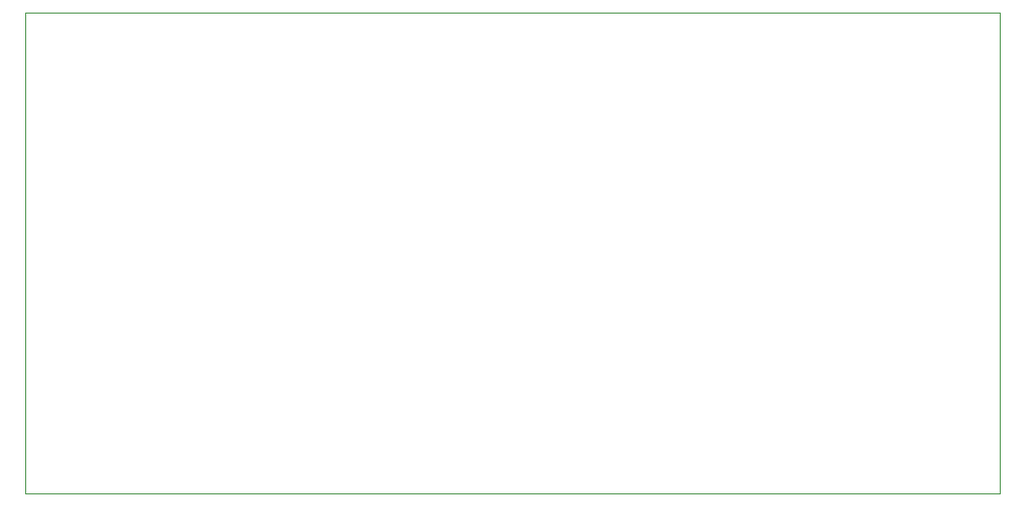
<source format=gbr>
G04 #@! TF.GenerationSoftware,KiCad,Pcbnew,5.0.2-5.fc29*
G04 #@! TF.CreationDate,2019-02-22T01:59:12+05:30*
G04 #@! TF.ProjectId,proto-mezzanine,70726f74-6f2d-46d6-957a-7a616e696e65,A*
G04 #@! TF.SameCoordinates,Original*
G04 #@! TF.FileFunction,Profile,NP*
%FSLAX46Y46*%
G04 Gerber Fmt 4.6, Leading zero omitted, Abs format (unit mm)*
G04 Created by KiCad (PCBNEW 5.0.2-5.fc29) date Fri 22 Feb 2019 01:59:12 AM IST*
%MOMM*%
%LPD*%
G01*
G04 APERTURE LIST*
%ADD10C,0.100000*%
G04 APERTURE END LIST*
D10*
X100000000Y-142000000D02*
X185000000Y-142000000D01*
X185000000Y-100000000D02*
X185000000Y-142000000D01*
X100000000Y-142000000D02*
X100000000Y-100000000D01*
X100000000Y-100000000D02*
X185000000Y-100000000D01*
M02*

</source>
